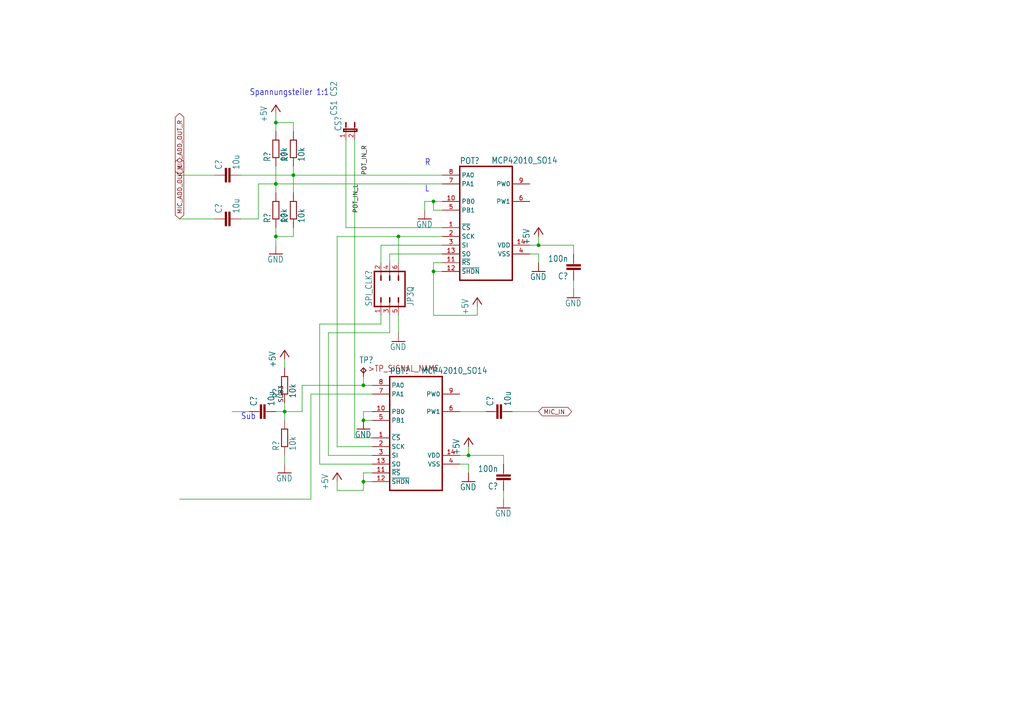
<source format=kicad_sch>
(kicad_sch (version 20211123) (generator eeschema)
  (paper "A4")
  (lib_symbols
    (symbol "Steuerungsmodul-eagle-import:+5V" (power)
      (property "Value" "+5V" (at -2.54 -5.08 90))
      (symbol "+5V_1_0"
        (polyline (pts (xy 0 0) (xy -1.27 -1.905)) (stroke (width 0.254)))
        (polyline (pts (xy 1.27 -1.905) (xy 0 0)) (stroke (width 0.254)))
        (pin power_in line (at 0 -2.54 90) (length 2.54) (name "+5V") (number "1"))
      )
    )
    (symbol "Steuerungsmodul-eagle-import:C-EUC0805"
      (property "Reference" "C" (at 1.524 0.381 0))
      (property "Value" "C-EUC0805" (at 1.524 -4.699 0))
      (symbol "C-EUC0805_1_0"
        (rectangle (start -2.032 -2.032) (end 2.032 -1.524) (fill (type outline)))
        (rectangle (start -2.032 -1.016) (end 2.032 -0.508) (fill (type outline)))
        (polyline (pts (xy 0 -2.54) (xy 0 -2.032)) (stroke (width 0.1524)))
        (polyline (pts (xy 0 0) (xy 0 -0.508)) (stroke (width 0.1524)))
        (pin passive line (at 0 2.54 270) (length 2.54) (name "1") (number "1"))
        (pin passive line (at 0 -5.08 90) (length 2.54) (name "2") (number "2"))
      )
    )
    (symbol "Steuerungsmodul-eagle-import:GND" (power)
      (property "Value" "GND" (at -2.54 -2.54 0))
      (symbol "GND_1_0"
        (polyline (pts (xy -1.905 0) (xy 1.905 0)) (stroke (width 0.254)))
        (pin power_in line (at 0 2.54 270) (length 2.54) (name "GND") (number "1"))
      )
    )
    (symbol "Steuerungsmodul-eagle-import:JMP2"
      (property "Reference" "X" (at -1.27 0 90))
      (property "Value" "JMP2" (at 5.715 0 90))
      (symbol "JMP2_1_0"
        (polyline (pts (xy -0.635 0) (xy 3.175 0)) (stroke (width 0.4064)))
        (polyline (pts (xy -0.635 0.635) (xy -0.635 0)) (stroke (width 0.4064)))
        (polyline (pts (xy 0 0) (xy 0 1.27)) (stroke (width 0.1524)))
        (polyline (pts (xy 0 2.54) (xy 0 1.27)) (stroke (width 0.4064)))
        (polyline (pts (xy 2.54 0) (xy 2.54 1.27)) (stroke (width 0.1524)))
        (polyline (pts (xy 2.54 2.54) (xy 2.54 1.27)) (stroke (width 0.4064)))
        (polyline (pts (xy 3.175 0) (xy 3.175 0.635)) (stroke (width 0.4064)))
        (polyline (pts (xy 3.175 0.635) (xy -0.635 0.635)) (stroke (width 0.4064)))
        (pin passive line (at 0 -2.54 90) (length 2.54) (name "1") (number "1"))
        (pin passive line (at 2.54 -2.54 90) (length 2.54) (name "2") (number "2"))
      )
    )
    (symbol "Steuerungsmodul-eagle-import:JP3Q"
      (property "Reference" "JP" (at -5.08 -5.08 90))
      (property "Value" "JP3Q" (at 6.985 -5.08 90))
      (symbol "JP3Q_1_0"
        (polyline (pts (xy -4.445 -5.08) (xy -4.445 5.08)) (stroke (width 0.4064)))
        (polyline (pts (xy -4.445 5.08) (xy 4.445 5.08)) (stroke (width 0.4064)))
        (polyline (pts (xy -2.54 -3.81) (xy -2.54 -5.08)) (stroke (width 0.1524)))
        (polyline (pts (xy -2.54 -2.54) (xy -2.54 -3.81)) (stroke (width 0.4064)))
        (polyline (pts (xy -2.54 2.54) (xy -2.54 3.81)) (stroke (width 0.4064)))
        (polyline (pts (xy -2.54 3.81) (xy -2.54 5.08)) (stroke (width 0.1524)))
        (polyline (pts (xy 0 -3.81) (xy 0 -5.08)) (stroke (width 0.1524)))
        (polyline (pts (xy 0 -2.54) (xy 0 -3.81)) (stroke (width 0.4064)))
        (polyline (pts (xy 0 2.54) (xy 0 3.81)) (stroke (width 0.4064)))
        (polyline (pts (xy 0 3.81) (xy 0 5.08)) (stroke (width 0.1524)))
        (polyline (pts (xy 2.54 -3.81) (xy 2.54 -5.08)) (stroke (width 0.1524)))
        (polyline (pts (xy 2.54 -2.54) (xy 2.54 -3.81)) (stroke (width 0.4064)))
        (polyline (pts (xy 2.54 2.54) (xy 2.54 3.81)) (stroke (width 0.4064)))
        (polyline (pts (xy 2.54 3.81) (xy 2.54 5.08)) (stroke (width 0.1524)))
        (polyline (pts (xy 4.445 -5.08) (xy -4.445 -5.08)) (stroke (width 0.4064)))
        (polyline (pts (xy 4.445 5.08) (xy 4.445 -5.08)) (stroke (width 0.4064)))
        (pin passive line (at -2.54 -7.62 90) (length 2.54) (name "1") (number "1"))
        (pin passive line (at -2.54 7.62 270) (length 2.54) (name "2") (number "2"))
        (pin passive line (at 0 -7.62 90) (length 2.54) (name "3") (number "3"))
        (pin passive line (at 0 7.62 270) (length 2.54) (name "4") (number "4"))
        (pin passive line (at 2.54 -7.62 90) (length 2.54) (name "5") (number "5"))
        (pin passive line (at 2.54 7.62 270) (length 2.54) (name "6") (number "6"))
      )
    )
    (symbol "Steuerungsmodul-eagle-import:MCP42010_SO14"
      (property "Value" "MCP42010_SO14" (at 1.524 18.542 0))
      (symbol "MCP42010_SO14_1_0"
        (polyline (pts (xy -7.62 -15.24) (xy 7.62 -15.24)) (stroke (width 0.4064)))
        (polyline (pts (xy -7.62 17.78) (xy -7.62 -15.24)) (stroke (width 0.4064)))
        (polyline (pts (xy 7.62 -15.24) (xy 7.62 17.78)) (stroke (width 0.4064)))
        (polyline (pts (xy 7.62 17.78) (xy -7.62 17.78)) (stroke (width 0.4064)))
        (pin bidirectional line (at -12.7 0 0) (length 5.08) (name "~{CS}") (number "1"))
        (pin bidirectional line (at -12.7 7.62 0) (length 5.08) (name "PB0") (number "10"))
        (pin bidirectional line (at -12.7 -10.16 0) (length 5.08) (name "~{RS}") (number "11"))
        (pin bidirectional line (at -12.7 -12.7 0) (length 5.08) (name "~{SHDN}") (number "12"))
        (pin bidirectional line (at -12.7 -7.62 0) (length 5.08) (name "SO") (number "13"))
        (pin input line (at 12.7 -5.08 180) (length 5.08) (name "VDD") (number "14"))
        (pin bidirectional line (at -12.7 -2.54 0) (length 5.08) (name "SCK") (number "2"))
        (pin bidirectional line (at -12.7 -5.08 0) (length 5.08) (name "SI") (number "3"))
        (pin input line (at 12.7 -7.62 180) (length 5.08) (name "VSS") (number "4"))
        (pin bidirectional line (at -12.7 5.08 0) (length 5.08) (name "PB1") (number "5"))
        (pin bidirectional line (at 12.7 7.62 180) (length 5.08) (name "PW1") (number "6"))
        (pin bidirectional line (at -12.7 12.7 0) (length 5.08) (name "PA1") (number "7"))
        (pin bidirectional line (at -12.7 15.24 0) (length 5.08) (name "PA0") (number "8"))
        (pin bidirectional line (at 12.7 12.7 180) (length 5.08) (name "PW0") (number "9"))
      )
    )
    (symbol "Steuerungsmodul-eagle-import:R-EU_M0805"
      (property "Reference" "R" (at -3.81 1.4986 0))
      (property "Value" "R-EU_M0805" (at -3.81 -3.302 0))
      (symbol "R-EU_M0805_1_0"
        (polyline (pts (xy -2.54 -0.889) (xy -2.54 0.889)) (stroke (width 0.254)))
        (polyline (pts (xy -2.54 -0.889) (xy 2.54 -0.889)) (stroke (width 0.254)))
        (polyline (pts (xy 2.54 -0.889) (xy 2.54 0.889)) (stroke (width 0.254)))
        (polyline (pts (xy 2.54 0.889) (xy -2.54 0.889)) (stroke (width 0.254)))
        (pin passive line (at -5.08 0 0) (length 2.54) (name "1") (number "1"))
        (pin passive line (at 5.08 0 180) (length 2.54) (name "2") (number "2"))
      )
    )
    (symbol "Steuerungsmodul-eagle-import:TPB2,54"
      (property "Reference" "TP" (at -1.27 1.27 0))
      (symbol "TPB2,54_1_0"
        (polyline (pts (xy -0.762 -0.762) (xy 0 0)) (stroke (width 0.254)))
        (polyline (pts (xy 0 -1.524) (xy -0.762 -0.762)) (stroke (width 0.254)))
        (polyline (pts (xy 0 0) (xy 0.762 -0.762)) (stroke (width 0.254)))
        (polyline (pts (xy 0.762 -0.762) (xy 0 -1.524)) (stroke (width 0.254)))
        (text ">TP_SIGNAL_NAME" (at 1.27 -1.27 0) (effects (font (size 1.778 1.5113)) (justify left bottom)))
        (pin input line (at 0 -2.54 90) (length 2.54) (name "TP") (number "TP"))
      )
    )
  )
  (junction (at 125.73 78.74))
  (junction (at 105.41 139.7))
  (junction (at 135.89 132.08))
  (junction (at 85.09 50.8))
  (junction (at 82.55 119.38))
  (junction (at 156.21 71.12))
  (junction (at 80.01 35.56))
  (junction (at 115.57 68.58))
  (junction (at 125.73 58.42))
  (junction (at 80.01 68.58))
  (junction (at 80.01 53.34))
  (junction (at 105.41 121.92))
  (junction (at 105.41 111.76))
  (wire (pts (xy 105.41 111.76) (xy 107.95 111.76)))
  (wire (pts (xy 85.09 68.58) (xy 85.09 66.04)))
  (wire (pts (xy 80.01 68.58) (xy 85.09 68.58)))
  (wire (pts (xy 82.55 104.14) (xy 82.55 106.68)))
  (wire (pts (xy 95.25 132.08) (xy 107.95 132.08)))
  (wire (pts (xy 146.05 142.24) (xy 146.05 144.78)))
  (wire (pts (xy 97.79 142.24) (xy 97.79 139.7)))
  (wire (pts (xy 69.85 63.5) (xy 74.93 63.5)))
  (wire (pts (xy 52.07 63.5) (xy 62.23 63.5)))
  (wire (pts (xy 125.73 78.74) (xy 128.27 78.74)))
  (wire (pts (xy 80.01 68.58) (xy 80.01 71.12)))
  (wire (pts (xy 110.49 93.98) (xy 110.49 91.44)))
  (wire (pts (xy 135.89 132.08) (xy 146.05 132.08)))
  (wire (pts (xy 105.41 111.76) (xy 105.41 109.22)))
  (wire (pts (xy 135.89 134.62) (xy 135.89 137.16)))
  (wire (pts (xy 105.41 121.92) (xy 105.41 119.38)))
  (wire (pts (xy 156.21 71.12) (xy 156.21 68.58)))
  (wire (pts (xy 156.21 71.12) (xy 153.67 71.12)))
  (wire (pts (xy 125.73 58.42) (xy 125.73 60.96)))
  (wire (pts (xy 123.19 58.42) (xy 125.73 58.42)))
  (wire (pts (xy 156.21 73.66) (xy 156.21 76.2)))
  (wire (pts (xy 90.17 144.78) (xy 52.07 144.78)))
  (wire (pts (xy 92.71 93.98) (xy 110.49 93.98)))
  (wire (pts (xy 125.73 60.96) (xy 128.27 60.96)))
  (wire (pts (xy 146.05 132.08) (xy 146.05 134.62)))
  (wire (pts (xy 113.03 73.66) (xy 128.27 73.66)))
  (wire (pts (xy 107.95 121.92) (xy 105.41 121.92)))
  (wire (pts (xy 85.09 55.88) (xy 85.09 50.8)))
  (wire (pts (xy 113.03 73.66) (xy 113.03 76.2)))
  (wire (pts (xy 115.57 96.52) (xy 115.57 91.44)))
  (wire (pts (xy 102.87 40.64) (xy 102.87 127)))
  (wire (pts (xy 85.09 50.8) (xy 128.27 50.8)))
  (wire (pts (xy 133.35 134.62) (xy 135.89 134.62)))
  (wire (pts (xy 105.41 119.38) (xy 107.95 119.38)))
  (wire (pts (xy 85.09 50.8) (xy 85.09 48.26)))
  (wire (pts (xy 138.43 91.44) (xy 125.73 91.44)))
  (wire (pts (xy 85.09 35.56) (xy 85.09 38.1)))
  (wire (pts (xy 113.03 96.52) (xy 113.03 91.44)))
  (wire (pts (xy 92.71 93.98) (xy 92.71 134.62)))
  (wire (pts (xy 105.41 139.7) (xy 105.41 137.16)))
  (wire (pts (xy 100.33 66.04) (xy 128.27 66.04)))
  (wire (pts (xy 95.25 96.52) (xy 95.25 132.08)))
  (wire (pts (xy 72.39 119.38) (xy 67.31 119.38)))
  (wire (pts (xy 82.55 134.62) (xy 82.55 132.08)))
  (wire (pts (xy 80.01 35.56) (xy 85.09 35.56)))
  (wire (pts (xy 87.63 111.76) (xy 105.41 111.76)))
  (wire (pts (xy 87.63 119.38) (xy 87.63 111.76)))
  (wire (pts (xy 97.79 142.24) (xy 105.41 142.24)))
  (wire (pts (xy 80.01 53.34) (xy 128.27 53.34)))
  (wire (pts (xy 92.71 134.62) (xy 107.95 134.62)))
  (wire (pts (xy 110.49 71.12) (xy 128.27 71.12)))
  (wire (pts (xy 125.73 91.44) (xy 125.73 78.74)))
  (wire (pts (xy 82.55 119.38) (xy 82.55 116.84)))
  (wire (pts (xy 125.73 78.74) (xy 125.73 76.2)))
  (wire (pts (xy 125.73 76.2) (xy 128.27 76.2)))
  (wire (pts (xy 82.55 119.38) (xy 87.63 119.38)))
  (wire (pts (xy 80.01 35.56) (xy 80.01 33.02)))
  (wire (pts (xy 135.89 132.08) (xy 133.35 132.08)))
  (wire (pts (xy 80.01 35.56) (xy 80.01 38.1)))
  (wire (pts (xy 135.89 132.08) (xy 135.89 129.54)))
  (wire (pts (xy 128.27 58.42) (xy 125.73 58.42)))
  (wire (pts (xy 80.01 53.34) (xy 80.01 48.26)))
  (wire (pts (xy 133.35 119.38) (xy 140.97 119.38)))
  (wire (pts (xy 82.55 121.92) (xy 82.55 119.38)))
  (wire (pts (xy 97.79 129.54) (xy 107.95 129.54)))
  (wire (pts (xy 128.27 68.58) (xy 115.57 68.58)))
  (wire (pts (xy 97.79 129.54) (xy 97.79 68.58)))
  (wire (pts (xy 107.95 139.7) (xy 105.41 139.7)))
  (wire (pts (xy 105.41 137.16) (xy 107.95 137.16)))
  (wire (pts (xy 100.33 40.64) (xy 100.33 66.04)))
  (wire (pts (xy 156.21 71.12) (xy 166.37 71.12)))
  (wire (pts (xy 105.41 142.24) (xy 105.41 139.7)))
  (wire (pts (xy 166.37 71.12) (xy 166.37 73.66)))
  (wire (pts (xy 52.07 50.8) (xy 62.23 50.8)))
  (wire (pts (xy 90.17 114.3) (xy 90.17 144.78)))
  (wire (pts (xy 123.19 60.96) (xy 123.19 58.42)))
  (wire (pts (xy 110.49 71.12) (xy 110.49 76.2)))
  (wire (pts (xy 107.95 114.3) (xy 90.17 114.3)))
  (wire (pts (xy 74.93 63.5) (xy 74.93 53.34)))
  (wire (pts (xy 74.93 53.34) (xy 80.01 53.34)))
  (wire (pts (xy 80.01 119.38) (xy 82.55 119.38)))
  (wire (pts (xy 115.57 68.58) (xy 115.57 76.2)))
  (wire (pts (xy 95.25 96.52) (xy 113.03 96.52)))
  (wire (pts (xy 102.87 127) (xy 107.95 127)))
  (wire (pts (xy 156.21 119.38) (xy 148.59 119.38)))
  (wire (pts (xy 80.01 66.04) (xy 80.01 68.58)))
  (wire (pts (xy 153.67 73.66) (xy 156.21 73.66)))
  (wire (pts (xy 138.43 88.9) (xy 138.43 91.44)))
  (wire (pts (xy 97.79 68.58) (xy 115.57 68.58)))
  (wire (pts (xy 85.09 50.8) (xy 69.85 50.8)))
  (wire (pts (xy 80.01 55.88) (xy 80.01 53.34)))
  (wire (pts (xy 166.37 81.28) (xy 166.37 83.82)))
  (text "Sub" (at 69.85 121.92 180) (effects (font (size 1.778 1.5113)) (justify left bottom)))
  (text "R" (at 123.19 48.26 180) (effects (font (size 1.778 1.5113)) (justify left bottom)))
  (text "L" (at 123.19 55.88 180) (effects (font (size 1.778 1.5113)) (justify left bottom)))
  (text "Spannungsteiler 1:1" (at 72.39 27.94 180) (effects (font (size 1.778 1.5113)) (justify left bottom)))
  (label "POT_IN_L" (at 104.14 53.34 270) (effects (font (size 1.2446 1.2446))))
  (label "POT_IN_R" (at 106.68 50.8 90) (effects (font (size 1.2446 1.2446))))
  (label "SUB3" (at 82.55 116.84 90) (effects (font (size 1.2446 1.2446))))
  (global_label "MIC_ADD_OUT_R" (shape bidirectional) (at 52.07 50.8 90) (effects (font (size 1.2446 1.2446))) (property "Intersheet References" "${INTERSHEET_REFS}" (effects hide)))
  (global_label "MIC_IN" (shape bidirectional) (at 156.21 119.38 0) (effects (font (size 1.2446 1.2446))) (property "Intersheet References" "${INTERSHEET_REFS}" (effects hide)))
  (global_label "MIC_ADD_OUT_L" (shape bidirectional) (at 52.07 63.5 90) (effects (font (size 1.2446 1.2446))) (property "Intersheet References" "${INTERSHEET_REFS}" (effects hide)))
  (symbol (lib_id "Steuerungsmodul-eagle-import:GND") (at 146.05 147.32 0) (unit 1)
    (property "Reference" "#GND?" (effects hide))
    (property "Value" "GND" (at 143.51 149.86 0) (effects (font (size 1.778 1.5113)) (justify left bottom)))
    (property "Footprint" "Steuerungsmodul:" (effects hide))
  )
  (symbol (lib_id "Steuerungsmodul-eagle-import:R-EU_M0805") (at 82.55 111.76 90) (unit 1)
    (property "Reference" "R?" (at 81.0514 115.57 0) (effects (font (size 1.778 1.5113)) (justify left bottom)))
    (property "Value" "10k" (at 85.852 115.57 0) (effects (font (size 1.778 1.5113)) (justify left bottom)))
    (property "Footprint" "Steuerungsmodul:M0805" (effects hide))
  )
  (symbol (lib_id "Steuerungsmodul-eagle-import:MCP42010_SO14") (at 120.65 127 0) (unit 1)
    (property "Reference" "POT?" (at 113.03 108.585 0) (effects (font (size 1.778 1.5113)) (justify left bottom)))
    (property "Value" "MCP42010_SO14" (at 122.174 108.458 0) (effects (font (size 1.778 1.5113)) (justify left bottom)))
    (property "Footprint" "Steuerungsmodul:SO14" (effects hide))
  )
  (symbol (lib_id "Steuerungsmodul-eagle-import:R-EU_M0805") (at 80.01 60.96 90) (unit 1)
    (property "Reference" "R?" (at 78.5114 64.77 0) (effects (font (size 1.778 1.5113)) (justify left bottom)))
    (property "Value" "10k" (at 83.312 64.77 0) (effects (font (size 1.778 1.5113)) (justify left bottom)))
    (property "Footprint" "Steuerungsmodul:M0805" (effects hide))
  )
  (symbol (lib_id "Steuerungsmodul-eagle-import:GND") (at 115.57 99.06 0) (unit 1)
    (property "Reference" "#GND?" (effects hide))
    (property "Value" "GND" (at 113.03 101.6 0) (effects (font (size 1.778 1.5113)) (justify left bottom)))
    (property "Footprint" "Steuerungsmodul:" (effects hide))
  )
  (symbol (lib_id "Steuerungsmodul-eagle-import:+5V") (at 138.43 86.36 0) (unit 1)
    (property "Reference" "#P+?" (effects hide))
    (property "Value" "+5V" (at 135.89 91.44 90) (effects (font (size 1.778 1.5113)) (justify left bottom)))
    (property "Footprint" "Steuerungsmodul:" (effects hide))
  )
  (symbol (lib_id "Steuerungsmodul-eagle-import:C-EUC0805") (at 74.93 119.38 90) (unit 1)
    (property "Reference" "C?" (at 74.549 117.856 0) (effects (font (size 1.778 1.5113)) (justify left bottom)))
    (property "Value" "10u" (at 79.629 117.856 0) (effects (font (size 1.778 1.5113)) (justify left bottom)))
    (property "Footprint" "Steuerungsmodul:C0805" (effects hide))
  )
  (symbol (lib_id "Steuerungsmodul-eagle-import:GND") (at 80.01 73.66 0) (unit 1)
    (property "Reference" "#GND?" (effects hide))
    (property "Value" "GND" (at 77.47 76.2 0) (effects (font (size 1.778 1.5113)) (justify left bottom)))
    (property "Footprint" "Steuerungsmodul:" (effects hide))
  )
  (symbol (lib_id "Steuerungsmodul-eagle-import:C-EUC0805") (at 143.51 119.38 90) (unit 1)
    (property "Reference" "C?" (at 143.129 117.856 0) (effects (font (size 1.778 1.5113)) (justify left bottom)))
    (property "Value" "10u" (at 148.209 117.856 0) (effects (font (size 1.778 1.5113)) (justify left bottom)))
    (property "Footprint" "Steuerungsmodul:C0805" (effects hide))
  )
  (symbol (lib_id "Steuerungsmodul-eagle-import:+5V") (at 135.89 127 0) (unit 1)
    (property "Reference" "#P+?" (effects hide))
    (property "Value" "+5V" (at 133.35 132.08 90) (effects (font (size 1.778 1.5113)) (justify left bottom)))
    (property "Footprint" "Steuerungsmodul:" (effects hide))
  )
  (symbol (lib_id "Steuerungsmodul-eagle-import:TPB2,54") (at 105.41 106.68 0) (unit 1)
    (property "Reference" "TP?" (at 104.14 105.41 0) (effects (font (size 1.778 1.5113)) (justify left bottom)))
    (property "Value" "TPB2,54" (effects hide))
    (property "Footprint" "Steuerungsmodul:B2,54" (effects hide))
  )
  (symbol (lib_id "Steuerungsmodul-eagle-import:C-EUC0805") (at 146.05 139.7 180) (unit 1)
    (property "Reference" "C?" (at 144.526 140.081 0) (effects (font (size 1.778 1.5113)) (justify left bottom)))
    (property "Value" "100n" (at 144.526 135.001 0) (effects (font (size 1.778 1.5113)) (justify left bottom)))
    (property "Footprint" "Steuerungsmodul:C0805" (effects hide))
  )
  (symbol (lib_id "Steuerungsmodul-eagle-import:MCP42010_SO14") (at 140.97 66.04 0) (unit 1)
    (property "Reference" "POT?" (at 133.35 47.625 0) (effects (font (size 1.778 1.5113)) (justify left bottom)))
    (property "Value" "MCP42010_SO14" (at 142.494 47.498 0) (effects (font (size 1.778 1.5113)) (justify left bottom)))
    (property "Footprint" "Steuerungsmodul:SO14" (effects hide))
  )
  (symbol (lib_id "Steuerungsmodul-eagle-import:+5V") (at 80.01 30.48 0) (unit 1)
    (property "Reference" "#P+?" (effects hide))
    (property "Value" "+5V" (at 77.47 35.56 90) (effects (font (size 1.778 1.5113)) (justify left bottom)))
    (property "Footprint" "Steuerungsmodul:" (effects hide))
  )
  (symbol (lib_id "Steuerungsmodul-eagle-import:C-EUC0805") (at 166.37 78.74 180) (unit 1)
    (property "Reference" "C?" (at 164.846 79.121 0) (effects (font (size 1.778 1.5113)) (justify left bottom)))
    (property "Value" "100n" (at 164.846 74.041 0) (effects (font (size 1.778 1.5113)) (justify left bottom)))
    (property "Footprint" "Steuerungsmodul:C0805" (effects hide))
  )
  (symbol (lib_id "Steuerungsmodul-eagle-import:GND") (at 82.55 137.16 0) (unit 1)
    (property "Reference" "#GND?" (effects hide))
    (property "Value" "GND" (at 80.01 139.7 0) (effects (font (size 1.778 1.5113)) (justify left bottom)))
    (property "Footprint" "Steuerungsmodul:" (effects hide))
  )
  (symbol (lib_id "Steuerungsmodul-eagle-import:GND") (at 123.19 63.5 0) (unit 1)
    (property "Reference" "#GND?" (effects hide))
    (property "Value" "GND" (at 120.65 66.04 0) (effects (font (size 1.778 1.5113)) (justify left bottom)))
    (property "Footprint" "Steuerungsmodul:" (effects hide))
  )
  (symbol (lib_id "Steuerungsmodul-eagle-import:R-EU_M0805") (at 80.01 43.18 90) (unit 1)
    (property "Reference" "R?" (at 78.5114 46.99 0) (effects (font (size 1.778 1.5113)) (justify left bottom)))
    (property "Value" "10k" (at 83.312 46.99 0) (effects (font (size 1.778 1.5113)) (justify left bottom)))
    (property "Footprint" "Steuerungsmodul:M0805" (effects hide))
  )
  (symbol (lib_id "Steuerungsmodul-eagle-import:GND") (at 166.37 86.36 0) (unit 1)
    (property "Reference" "#GND?" (effects hide))
    (property "Value" "GND" (at 163.83 88.9 0) (effects (font (size 1.778 1.5113)) (justify left bottom)))
    (property "Footprint" "Steuerungsmodul:" (effects hide))
  )
  (symbol (lib_id "Steuerungsmodul-eagle-import:GND") (at 156.21 78.74 0) (unit 1)
    (property "Reference" "#GND?" (effects hide))
    (property "Value" "GND" (at 153.67 81.28 0) (effects (font (size 1.778 1.5113)) (justify left bottom)))
    (property "Footprint" "Steuerungsmodul:" (effects hide))
  )
  (symbol (lib_id "Steuerungsmodul-eagle-import:GND") (at 105.41 124.46 0) (unit 1)
    (property "Reference" "#GND?" (effects hide))
    (property "Value" "GND" (at 102.87 127 0) (effects (font (size 1.778 1.5113)) (justify left bottom)))
    (property "Footprint" "Steuerungsmodul:" (effects hide))
  )
  (symbol (lib_id "Steuerungsmodul-eagle-import:R-EU_M0805") (at 85.09 60.96 90) (unit 1)
    (property "Reference" "R?" (at 83.5914 64.77 0) (effects (font (size 1.778 1.5113)) (justify left bottom)))
    (property "Value" "10k" (at 88.392 64.77 0) (effects (font (size 1.778 1.5113)) (justify left bottom)))
    (property "Footprint" "Steuerungsmodul:M0805" (effects hide))
  )
  (symbol (lib_id "Steuerungsmodul-eagle-import:GND") (at 135.89 139.7 0) (unit 1)
    (property "Reference" "#GND?" (effects hide))
    (property "Value" "GND" (at 133.35 142.24 0) (effects (font (size 1.778 1.5113)) (justify left bottom)))
    (property "Footprint" "Steuerungsmodul:" (effects hide))
  )
  (symbol (lib_id "Steuerungsmodul-eagle-import:+5V") (at 82.55 101.6 0) (unit 1)
    (property "Reference" "#P+?" (effects hide))
    (property "Value" "+5V" (at 80.01 106.68 90) (effects (font (size 1.778 1.5113)) (justify left bottom)))
    (property "Footprint" "Steuerungsmodul:" (effects hide))
  )
  (symbol (lib_id "Steuerungsmodul-eagle-import:C-EUC0805") (at 64.77 63.5 90) (unit 1)
    (property "Reference" "C?" (at 64.389 61.976 0) (effects (font (size 1.778 1.5113)) (justify left bottom)))
    (property "Value" "10u" (at 69.469 61.976 0) (effects (font (size 1.778 1.5113)) (justify left bottom)))
    (property "Footprint" "Steuerungsmodul:C0805" (effects hide))
  )
  (symbol (lib_id "Steuerungsmodul-eagle-import:C-EUC0805") (at 64.77 50.8 90) (unit 1)
    (property "Reference" "C?" (at 64.389 49.276 0) (effects (font (size 1.778 1.5113)) (justify left bottom)))
    (property "Value" "10u" (at 69.469 49.276 0) (effects (font (size 1.778 1.5113)) (justify left bottom)))
    (property "Footprint" "Steuerungsmodul:C0805" (effects hide))
  )
  (symbol (lib_id "Steuerungsmodul-eagle-import:+5V") (at 156.21 66.04 0) (unit 1)
    (property "Reference" "#P+?" (effects hide))
    (property "Value" "+5V" (at 153.67 71.12 90) (effects (font (size 1.778 1.5113)) (justify left bottom)))
    (property "Footprint" "Steuerungsmodul:" (effects hide))
  )
  (symbol (lib_id "Steuerungsmodul-eagle-import:R-EU_M0805") (at 85.09 43.18 90) (unit 1)
    (property "Reference" "R?" (at 83.5914 46.99 0) (effects (font (size 1.778 1.5113)) (justify left bottom)))
    (property "Value" "10k" (at 88.392 46.99 0) (effects (font (size 1.778 1.5113)) (justify left bottom)))
    (property "Footprint" "Steuerungsmodul:M0805" (effects hide))
  )
  (symbol (lib_id "Steuerungsmodul-eagle-import:+5V") (at 97.79 137.16 0) (unit 1)
    (property "Reference" "#P+?" (effects hide))
    (property "Value" "+5V" (at 95.25 142.24 90) (effects (font (size 1.778 1.5113)) (justify left bottom)))
    (property "Footprint" "Steuerungsmodul:" (effects hide))
  )
  (symbol (lib_id "Steuerungsmodul-eagle-import:JMP2") (at 100.33 38.1 0) (unit 1)
    (property "Reference" "CS?" (at 99.06 38.1 90) (effects (font (size 1.778 1.5113)) (justify left bottom)))
    (property "Value" "CS1 CS2" (at 97.79 33.655 90) (effects (font (size 1.778 1.5113)) (justify left bottom)))
    (property "Footprint" "Steuerungsmodul:JMP2" (effects hide))
  )
  (symbol (lib_id "Steuerungsmodul-eagle-import:JP3Q") (at 113.03 83.82 0) (unit 1)
    (property "Reference" "SPI_CLK?" (at 107.95 88.9 90) (effects (font (size 1.778 1.5113)) (justify left bottom)))
    (property "Value" "JP3Q" (at 120.015 88.9 90) (effects (font (size 1.778 1.5113)) (justify left bottom)))
    (property "Footprint" "Steuerungsmodul:JP3Q" (effects hide))
  )
  (symbol (lib_id "Steuerungsmodul-eagle-import:R-EU_M0805") (at 82.55 127 90) (unit 1)
    (property "Reference" "R?" (at 81.0514 130.81 0) (effects (font (size 1.778 1.5113)) (justify left bottom)))
    (property "Value" "10k" (at 85.852 130.81 0) (effects (font (size 1.778 1.5113)) (justify left bottom)))
    (property "Footprint" "Steuerungsmodul:M0805" (effects hide))
  )
)
</source>
